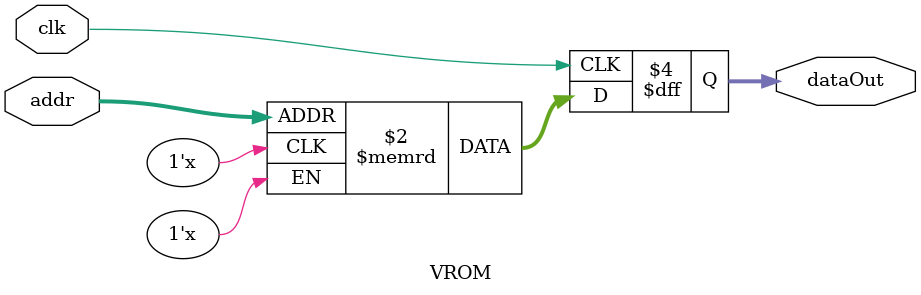
<source format=v>
`timescale 1ns / 1ps
module VROM #( parameter DATA_WIDTH = 8, ADDRESS_WIDTH = 8, DEPTH = 256, MEMFILE = "") (
    input wire                     clk,
    input wire [ADDRESS_WIDTH-1:0] addr,
    output reg [DATA_WIDTH-1:0]    dataOut);
    
    reg[DATA_WIDTH-1:0] MemoryArray[0:DEPTH-1];
    
    initial begin
        if(MEMFILE > 0) begin
            $readmemh(MEMFILE, MemoryArray);
        end
    end
    
    always @(posedge clk) begin
        dataOut <= MemoryArray[addr];
    end
endmodule

</source>
